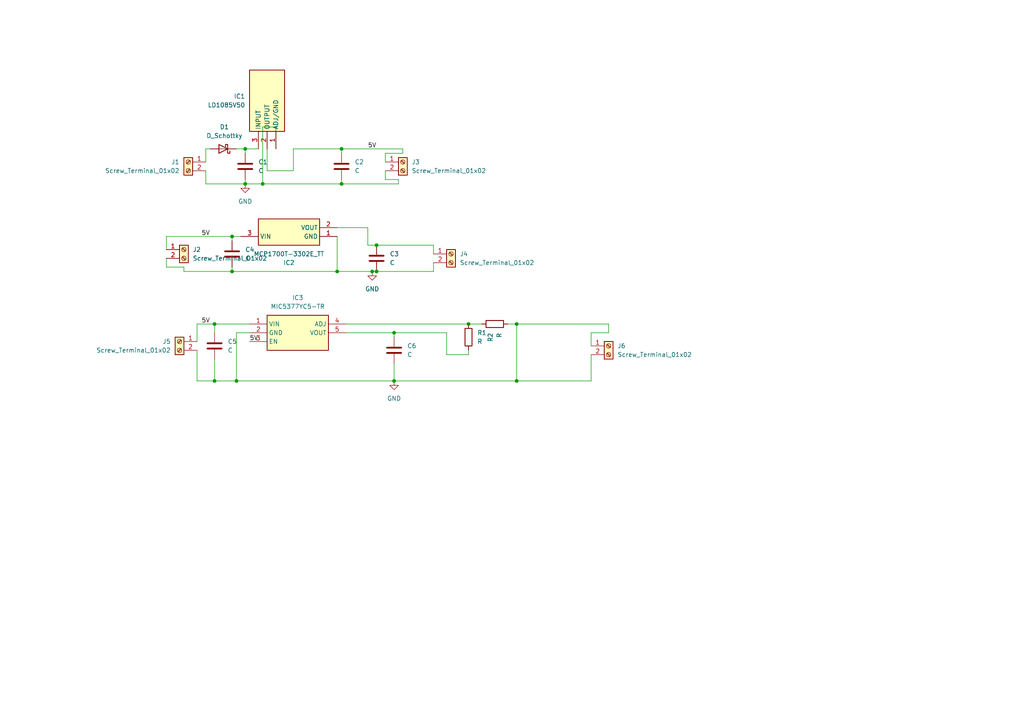
<source format=kicad_sch>
(kicad_sch (version 20230121) (generator eeschema)

  (uuid 24177fac-b818-46e3-b80a-ee126f602f16)

  (paper "A4")

  (lib_symbols
    (symbol "Connector:Screw_Terminal_01x02" (pin_names (offset 1.016) hide) (in_bom yes) (on_board yes)
      (property "Reference" "J" (at 0 2.54 0)
        (effects (font (size 1.27 1.27)))
      )
      (property "Value" "Screw_Terminal_01x02" (at 0 -5.08 0)
        (effects (font (size 1.27 1.27)))
      )
      (property "Footprint" "" (at 0 0 0)
        (effects (font (size 1.27 1.27)) hide)
      )
      (property "Datasheet" "~" (at 0 0 0)
        (effects (font (size 1.27 1.27)) hide)
      )
      (property "ki_keywords" "screw terminal" (at 0 0 0)
        (effects (font (size 1.27 1.27)) hide)
      )
      (property "ki_description" "Generic screw terminal, single row, 01x02, script generated (kicad-library-utils/schlib/autogen/connector/)" (at 0 0 0)
        (effects (font (size 1.27 1.27)) hide)
      )
      (property "ki_fp_filters" "TerminalBlock*:*" (at 0 0 0)
        (effects (font (size 1.27 1.27)) hide)
      )
      (symbol "Screw_Terminal_01x02_1_1"
        (rectangle (start -1.27 1.27) (end 1.27 -3.81)
          (stroke (width 0.254) (type default))
          (fill (type background))
        )
        (circle (center 0 -2.54) (radius 0.635)
          (stroke (width 0.1524) (type default))
          (fill (type none))
        )
        (polyline
          (pts
            (xy -0.5334 -2.2098)
            (xy 0.3302 -3.048)
          )
          (stroke (width 0.1524) (type default))
          (fill (type none))
        )
        (polyline
          (pts
            (xy -0.5334 0.3302)
            (xy 0.3302 -0.508)
          )
          (stroke (width 0.1524) (type default))
          (fill (type none))
        )
        (polyline
          (pts
            (xy -0.3556 -2.032)
            (xy 0.508 -2.8702)
          )
          (stroke (width 0.1524) (type default))
          (fill (type none))
        )
        (polyline
          (pts
            (xy -0.3556 0.508)
            (xy 0.508 -0.3302)
          )
          (stroke (width 0.1524) (type default))
          (fill (type none))
        )
        (circle (center 0 0) (radius 0.635)
          (stroke (width 0.1524) (type default))
          (fill (type none))
        )
        (pin passive line (at -5.08 0 0) (length 3.81)
          (name "Pin_1" (effects (font (size 1.27 1.27))))
          (number "1" (effects (font (size 1.27 1.27))))
        )
        (pin passive line (at -5.08 -2.54 0) (length 3.81)
          (name "Pin_2" (effects (font (size 1.27 1.27))))
          (number "2" (effects (font (size 1.27 1.27))))
        )
      )
    )
    (symbol "Device:C" (pin_numbers hide) (pin_names (offset 0.254)) (in_bom yes) (on_board yes)
      (property "Reference" "C" (at 0.635 2.54 0)
        (effects (font (size 1.27 1.27)) (justify left))
      )
      (property "Value" "C" (at 0.635 -2.54 0)
        (effects (font (size 1.27 1.27)) (justify left))
      )
      (property "Footprint" "" (at 0.9652 -3.81 0)
        (effects (font (size 1.27 1.27)) hide)
      )
      (property "Datasheet" "~" (at 0 0 0)
        (effects (font (size 1.27 1.27)) hide)
      )
      (property "ki_keywords" "cap capacitor" (at 0 0 0)
        (effects (font (size 1.27 1.27)) hide)
      )
      (property "ki_description" "Unpolarized capacitor" (at 0 0 0)
        (effects (font (size 1.27 1.27)) hide)
      )
      (property "ki_fp_filters" "C_*" (at 0 0 0)
        (effects (font (size 1.27 1.27)) hide)
      )
      (symbol "C_0_1"
        (polyline
          (pts
            (xy -2.032 -0.762)
            (xy 2.032 -0.762)
          )
          (stroke (width 0.508) (type default))
          (fill (type none))
        )
        (polyline
          (pts
            (xy -2.032 0.762)
            (xy 2.032 0.762)
          )
          (stroke (width 0.508) (type default))
          (fill (type none))
        )
      )
      (symbol "C_1_1"
        (pin passive line (at 0 3.81 270) (length 2.794)
          (name "~" (effects (font (size 1.27 1.27))))
          (number "1" (effects (font (size 1.27 1.27))))
        )
        (pin passive line (at 0 -3.81 90) (length 2.794)
          (name "~" (effects (font (size 1.27 1.27))))
          (number "2" (effects (font (size 1.27 1.27))))
        )
      )
    )
    (symbol "Device:D_Schottky" (pin_numbers hide) (pin_names (offset 1.016) hide) (in_bom yes) (on_board yes)
      (property "Reference" "D" (at 0 2.54 0)
        (effects (font (size 1.27 1.27)))
      )
      (property "Value" "D_Schottky" (at 0 -2.54 0)
        (effects (font (size 1.27 1.27)))
      )
      (property "Footprint" "" (at 0 0 0)
        (effects (font (size 1.27 1.27)) hide)
      )
      (property "Datasheet" "~" (at 0 0 0)
        (effects (font (size 1.27 1.27)) hide)
      )
      (property "ki_keywords" "diode Schottky" (at 0 0 0)
        (effects (font (size 1.27 1.27)) hide)
      )
      (property "ki_description" "Schottky diode" (at 0 0 0)
        (effects (font (size 1.27 1.27)) hide)
      )
      (property "ki_fp_filters" "TO-???* *_Diode_* *SingleDiode* D_*" (at 0 0 0)
        (effects (font (size 1.27 1.27)) hide)
      )
      (symbol "D_Schottky_0_1"
        (polyline
          (pts
            (xy 1.27 0)
            (xy -1.27 0)
          )
          (stroke (width 0) (type default))
          (fill (type none))
        )
        (polyline
          (pts
            (xy 1.27 1.27)
            (xy 1.27 -1.27)
            (xy -1.27 0)
            (xy 1.27 1.27)
          )
          (stroke (width 0.254) (type default))
          (fill (type none))
        )
        (polyline
          (pts
            (xy -1.905 0.635)
            (xy -1.905 1.27)
            (xy -1.27 1.27)
            (xy -1.27 -1.27)
            (xy -0.635 -1.27)
            (xy -0.635 -0.635)
          )
          (stroke (width 0.254) (type default))
          (fill (type none))
        )
      )
      (symbol "D_Schottky_1_1"
        (pin passive line (at -3.81 0 0) (length 2.54)
          (name "K" (effects (font (size 1.27 1.27))))
          (number "1" (effects (font (size 1.27 1.27))))
        )
        (pin passive line (at 3.81 0 180) (length 2.54)
          (name "A" (effects (font (size 1.27 1.27))))
          (number "2" (effects (font (size 1.27 1.27))))
        )
      )
    )
    (symbol "Device:R" (pin_numbers hide) (pin_names (offset 0)) (in_bom yes) (on_board yes)
      (property "Reference" "R" (at 2.032 0 90)
        (effects (font (size 1.27 1.27)))
      )
      (property "Value" "R" (at 0 0 90)
        (effects (font (size 1.27 1.27)))
      )
      (property "Footprint" "" (at -1.778 0 90)
        (effects (font (size 1.27 1.27)) hide)
      )
      (property "Datasheet" "~" (at 0 0 0)
        (effects (font (size 1.27 1.27)) hide)
      )
      (property "ki_keywords" "R res resistor" (at 0 0 0)
        (effects (font (size 1.27 1.27)) hide)
      )
      (property "ki_description" "Resistor" (at 0 0 0)
        (effects (font (size 1.27 1.27)) hide)
      )
      (property "ki_fp_filters" "R_*" (at 0 0 0)
        (effects (font (size 1.27 1.27)) hide)
      )
      (symbol "R_0_1"
        (rectangle (start -1.016 -2.54) (end 1.016 2.54)
          (stroke (width 0.254) (type default))
          (fill (type none))
        )
      )
      (symbol "R_1_1"
        (pin passive line (at 0 3.81 270) (length 1.27)
          (name "~" (effects (font (size 1.27 1.27))))
          (number "1" (effects (font (size 1.27 1.27))))
        )
        (pin passive line (at 0 -3.81 90) (length 1.27)
          (name "~" (effects (font (size 1.27 1.27))))
          (number "2" (effects (font (size 1.27 1.27))))
        )
      )
    )
    (symbol "LD1085V50:LD1085V50" (in_bom yes) (on_board yes)
      (property "Reference" "IC" (at 24.13 7.62 0)
        (effects (font (size 1.27 1.27)) (justify left top))
      )
      (property "Value" "LD1085V50" (at 24.13 5.08 0)
        (effects (font (size 1.27 1.27)) (justify left top))
      )
      (property "Footprint" "TO255P460X1020X2008-3P" (at 24.13 -94.92 0)
        (effects (font (size 1.27 1.27)) (justify left top) hide)
      )
      (property "Datasheet" "http://www.st.com/web/en/resource/technical/document/datasheet/CD00001883.pdf" (at 24.13 -194.92 0)
        (effects (font (size 1.27 1.27)) (justify left top) hide)
      )
      (property "Height" "4.6" (at 24.13 -394.92 0)
        (effects (font (size 1.27 1.27)) (justify left top) hide)
      )
      (property "Mouser Part Number" "511-LD1085V50" (at 24.13 -494.92 0)
        (effects (font (size 1.27 1.27)) (justify left top) hide)
      )
      (property "Mouser Price/Stock" "https://www.mouser.co.uk/ProductDetail/STMicroelectronics/LD1085V50?qs=9iSXU9KXrZlaERTj280krQ%3D%3D" (at 24.13 -594.92 0)
        (effects (font (size 1.27 1.27)) (justify left top) hide)
      )
      (property "Manufacturer_Name" "STMicroelectronics" (at 24.13 -694.92 0)
        (effects (font (size 1.27 1.27)) (justify left top) hide)
      )
      (property "Manufacturer_Part_Number" "LD1085V50" (at 24.13 -794.92 0)
        (effects (font (size 1.27 1.27)) (justify left top) hide)
      )
      (property "ki_description" "LD1085V50, Low Dropout Voltage Regulator, 3A, 5 V +/-1%, 3-Pin TO-220" (at 0 0 0)
        (effects (font (size 1.27 1.27)) hide)
      )
      (symbol "LD1085V50_1_1"
        (rectangle (start 5.08 2.54) (end 22.86 -7.62)
          (stroke (width 0.254) (type default))
          (fill (type background))
        )
        (pin passive line (at 0 0 0) (length 5.08)
          (name "ADJ/GND" (effects (font (size 1.27 1.27))))
          (number "1" (effects (font (size 1.27 1.27))))
        )
        (pin passive line (at 0 -2.54 0) (length 5.08)
          (name "OUTPUT" (effects (font (size 1.27 1.27))))
          (number "2" (effects (font (size 1.27 1.27))))
        )
        (pin passive line (at 0 -5.08 0) (length 5.08)
          (name "INPUT" (effects (font (size 1.27 1.27))))
          (number "3" (effects (font (size 1.27 1.27))))
        )
      )
    )
    (symbol "MCP1700T-3302E_TT:MCP1700T-3302E_TT" (in_bom yes) (on_board yes)
      (property "Reference" "IC" (at 24.13 7.62 0)
        (effects (font (size 1.27 1.27)) (justify left top))
      )
      (property "Value" "MCP1700T-3302E_TT" (at 24.13 5.08 0)
        (effects (font (size 1.27 1.27)) (justify left top))
      )
      (property "Footprint" "SOT95P237X112-3N" (at 24.13 -94.92 0)
        (effects (font (size 1.27 1.27)) (justify left top) hide)
      )
      (property "Datasheet" "https://datasheet.datasheetarchive.com/originals/distributors/SFDatasheet-4/sf-00090030.pdf" (at 24.13 -194.92 0)
        (effects (font (size 1.27 1.27)) (justify left top) hide)
      )
      (property "Height" "1.12" (at 24.13 -394.92 0)
        (effects (font (size 1.27 1.27)) (justify left top) hide)
      )
      (property "Mouser Part Number" "579-MCP1700T3302E/TT" (at 24.13 -494.92 0)
        (effects (font (size 1.27 1.27)) (justify left top) hide)
      )
      (property "Mouser Price/Stock" "https://www.mouser.co.uk/ProductDetail/Microchip-Technology/MCP1700T-3302E-TT?qs=fM4xO01eazPmCNDrdHEdaw%3D%3D" (at 24.13 -594.92 0)
        (effects (font (size 1.27 1.27)) (justify left top) hide)
      )
      (property "Manufacturer_Name" "Microchip" (at 24.13 -694.92 0)
        (effects (font (size 1.27 1.27)) (justify left top) hide)
      )
      (property "Manufacturer_Part_Number" "MCP1700T-3302E/TT" (at 24.13 -794.92 0)
        (effects (font (size 1.27 1.27)) (justify left top) hide)
      )
      (property "ki_description" "LDO voltage regulator 250mA Isupply 1uA" (at 0 0 0)
        (effects (font (size 1.27 1.27)) hide)
      )
      (symbol "MCP1700T-3302E_TT_1_1"
        (rectangle (start 5.08 2.54) (end 22.86 -5.08)
          (stroke (width 0.254) (type default))
          (fill (type background))
        )
        (pin passive line (at 0 0 0) (length 5.08)
          (name "GND" (effects (font (size 1.27 1.27))))
          (number "1" (effects (font (size 1.27 1.27))))
        )
        (pin passive line (at 0 -2.54 0) (length 5.08)
          (name "VOUT" (effects (font (size 1.27 1.27))))
          (number "2" (effects (font (size 1.27 1.27))))
        )
        (pin passive line (at 27.94 0 180) (length 5.08)
          (name "VIN" (effects (font (size 1.27 1.27))))
          (number "3" (effects (font (size 1.27 1.27))))
        )
      )
    )
    (symbol "MIC5377YC5-TR:MIC5377YC5-TR" (in_bom yes) (on_board yes)
      (property "Reference" "IC" (at 24.13 7.62 0)
        (effects (font (size 1.27 1.27)) (justify left top))
      )
      (property "Value" "MIC5377YC5-TR" (at 24.13 5.08 0)
        (effects (font (size 1.27 1.27)) (justify left top))
      )
      (property "Footprint" "SOT65P210X110-5N" (at 24.13 -94.92 0)
        (effects (font (size 1.27 1.27)) (justify left top) hide)
      )
      (property "Datasheet" "http://www.microchip.com/mymicrochip/filehandler.aspx?ddocname=en580055" (at 24.13 -194.92 0)
        (effects (font (size 1.27 1.27)) (justify left top) hide)
      )
      (property "Height" "1.1" (at 24.13 -394.92 0)
        (effects (font (size 1.27 1.27)) (justify left top) hide)
      )
      (property "Mouser Part Number" "998-MIC5377YC5TR" (at 24.13 -494.92 0)
        (effects (font (size 1.27 1.27)) (justify left top) hide)
      )
      (property "Mouser Price/Stock" "https://www.mouser.co.uk/ProductDetail/Microchip-Technology-Micrel/MIC5377YC5-TR?qs=U6T8BxXiZAW0bItB4O%2F5hw%3D%3D" (at 24.13 -594.92 0)
        (effects (font (size 1.27 1.27)) (justify left top) hide)
      )
      (property "Manufacturer_Name" "Microchip" (at 24.13 -694.92 0)
        (effects (font (size 1.27 1.27)) (justify left top) hide)
      )
      (property "Manufacturer_Part_Number" "MIC5377YC5-TR" (at 24.13 -794.92 0)
        (effects (font (size 1.27 1.27)) (justify left top) hide)
      )
      (property "ki_description" "LDO Voltage Regulators Low Dropout Single 150mA LDO" (at 0 0 0)
        (effects (font (size 1.27 1.27)) hide)
      )
      (symbol "MIC5377YC5-TR_1_1"
        (rectangle (start 5.08 2.54) (end 22.86 -7.62)
          (stroke (width 0.254) (type default))
          (fill (type background))
        )
        (pin passive line (at 0 0 0) (length 5.08)
          (name "VIN" (effects (font (size 1.27 1.27))))
          (number "1" (effects (font (size 1.27 1.27))))
        )
        (pin passive line (at 0 -2.54 0) (length 5.08)
          (name "GND" (effects (font (size 1.27 1.27))))
          (number "2" (effects (font (size 1.27 1.27))))
        )
        (pin passive line (at 0 -5.08 0) (length 5.08)
          (name "EN" (effects (font (size 1.27 1.27))))
          (number "3" (effects (font (size 1.27 1.27))))
        )
        (pin passive line (at 27.94 0 180) (length 5.08)
          (name "ADJ" (effects (font (size 1.27 1.27))))
          (number "4" (effects (font (size 1.27 1.27))))
        )
        (pin passive line (at 27.94 -2.54 180) (length 5.08)
          (name "VOUT" (effects (font (size 1.27 1.27))))
          (number "5" (effects (font (size 1.27 1.27))))
        )
      )
    )
    (symbol "power:GND" (power) (pin_names (offset 0)) (in_bom yes) (on_board yes)
      (property "Reference" "#PWR" (at 0 -6.35 0)
        (effects (font (size 1.27 1.27)) hide)
      )
      (property "Value" "GND" (at 0 -3.81 0)
        (effects (font (size 1.27 1.27)))
      )
      (property "Footprint" "" (at 0 0 0)
        (effects (font (size 1.27 1.27)) hide)
      )
      (property "Datasheet" "" (at 0 0 0)
        (effects (font (size 1.27 1.27)) hide)
      )
      (property "ki_keywords" "global power" (at 0 0 0)
        (effects (font (size 1.27 1.27)) hide)
      )
      (property "ki_description" "Power symbol creates a global label with name \"GND\" , ground" (at 0 0 0)
        (effects (font (size 1.27 1.27)) hide)
      )
      (symbol "GND_0_1"
        (polyline
          (pts
            (xy 0 0)
            (xy 0 -1.27)
            (xy 1.27 -1.27)
            (xy 0 -2.54)
            (xy -1.27 -1.27)
            (xy 0 -1.27)
          )
          (stroke (width 0) (type default))
          (fill (type none))
        )
      )
      (symbol "GND_1_1"
        (pin power_in line (at 0 0 270) (length 0) hide
          (name "GND" (effects (font (size 1.27 1.27))))
          (number "1" (effects (font (size 1.27 1.27))))
        )
      )
    )
  )

  (junction (at 71.12 43.18) (diameter 0) (color 0 0 0 0)
    (uuid 0f73674b-545e-416e-8cae-ca0d7db15122)
  )
  (junction (at 149.86 93.98) (diameter 0) (color 0 0 0 0)
    (uuid 2e8111ff-b08c-42d8-a430-599aba0f3bcb)
  )
  (junction (at 62.23 110.49) (diameter 0) (color 0 0 0 0)
    (uuid 33049407-7ccb-4cf8-aee1-8d91b7a67f32)
  )
  (junction (at 107.95 78.74) (diameter 0) (color 0 0 0 0)
    (uuid 4433bc5d-a2a6-4bad-ac3f-431acafcffc5)
  )
  (junction (at 62.23 93.98) (diameter 0) (color 0 0 0 0)
    (uuid 4504f979-a215-4b76-89d9-5b5f616cbe01)
  )
  (junction (at 135.89 93.98) (diameter 0) (color 0 0 0 0)
    (uuid 4761024a-2d5c-4eb3-8c58-ad04138a0ee4)
  )
  (junction (at 67.31 68.58) (diameter 0) (color 0 0 0 0)
    (uuid 627a9ac8-d3f5-41b9-90d2-ed8f01859450)
  )
  (junction (at 68.58 110.49) (diameter 0) (color 0 0 0 0)
    (uuid 65f83e55-361a-4e69-9bcc-4b5dad1bdbb7)
  )
  (junction (at 67.31 78.74) (diameter 0) (color 0 0 0 0)
    (uuid 73bc28ec-310d-4d95-bba2-592b7de2733e)
  )
  (junction (at 71.12 53.34) (diameter 0) (color 0 0 0 0)
    (uuid 74c06926-fee9-44af-b960-a99fb24f07e6)
  )
  (junction (at 109.22 71.12) (diameter 0) (color 0 0 0 0)
    (uuid 7f5f1fca-00ad-4845-bcdb-797c19347864)
  )
  (junction (at 114.3 110.49) (diameter 0) (color 0 0 0 0)
    (uuid 9753b557-9dae-42f2-b6fc-32e6df099517)
  )
  (junction (at 109.22 78.74) (diameter 0) (color 0 0 0 0)
    (uuid a695a868-62b4-465f-ad74-71fa93b31315)
  )
  (junction (at 97.79 78.74) (diameter 0) (color 0 0 0 0)
    (uuid bc7e2db8-20f0-4759-beb2-156109f526e7)
  )
  (junction (at 76.2 53.34) (diameter 0) (color 0 0 0 0)
    (uuid c28de146-4c52-4a1f-920e-8f72f2cd4dc7)
  )
  (junction (at 99.06 53.34) (diameter 0) (color 0 0 0 0)
    (uuid e517ab81-5089-4efc-a1a0-305aac956bc0)
  )
  (junction (at 149.86 110.49) (diameter 0) (color 0 0 0 0)
    (uuid ed5b188b-d169-4630-bdac-3786c78e38f9)
  )
  (junction (at 114.3 96.52) (diameter 0) (color 0 0 0 0)
    (uuid f28d13c5-360c-44b5-8731-1c000cea13d8)
  )
  (junction (at 99.06 43.18) (diameter 0) (color 0 0 0 0)
    (uuid f48c18ef-bb23-4d7a-b9a4-996e86ac08cf)
  )

  (wire (pts (xy 176.53 93.98) (xy 176.53 96.52))
    (stroke (width 0) (type default))
    (uuid 063e434f-5520-4d77-965c-fd7798a82868)
  )
  (wire (pts (xy 62.23 110.49) (xy 68.58 110.49))
    (stroke (width 0) (type default))
    (uuid 076cb4b8-da0c-4402-921a-f7b3c6493175)
  )
  (wire (pts (xy 129.54 102.87) (xy 135.89 102.87))
    (stroke (width 0) (type default))
    (uuid 1110c646-27b5-4d25-8adc-f6b982b1fe9e)
  )
  (wire (pts (xy 77.47 43.18) (xy 77.47 49.53))
    (stroke (width 0) (type default))
    (uuid 15248c4b-2153-4097-aefc-43c84a818ee3)
  )
  (wire (pts (xy 149.86 110.49) (xy 149.86 93.98))
    (stroke (width 0) (type default))
    (uuid 16dfd2e6-7a2f-4803-9c23-511f2db038bb)
  )
  (wire (pts (xy 68.58 96.52) (xy 68.58 110.49))
    (stroke (width 0) (type default))
    (uuid 1886a549-bb52-404f-87b2-f82a8a99ffdb)
  )
  (wire (pts (xy 67.31 68.58) (xy 69.85 68.58))
    (stroke (width 0) (type default))
    (uuid 1ac9bf5f-7760-4170-a0a7-3fb3a9a3e70b)
  )
  (wire (pts (xy 97.79 68.58) (xy 97.79 78.74))
    (stroke (width 0) (type default))
    (uuid 1badd298-d588-492e-9bfd-e196c7543e6e)
  )
  (wire (pts (xy 80.01 36.83) (xy 76.2 36.83))
    (stroke (width 0) (type default))
    (uuid 1c5de646-98fc-4373-a3b4-705da89e9de9)
  )
  (wire (pts (xy 97.79 78.74) (xy 107.95 78.74))
    (stroke (width 0) (type default))
    (uuid 1d75f301-53bd-440c-8dec-a4979b282903)
  )
  (wire (pts (xy 109.22 78.74) (xy 125.73 78.74))
    (stroke (width 0) (type default))
    (uuid 1e232969-0130-45c7-a99d-fa507f3ee72b)
  )
  (wire (pts (xy 99.06 52.07) (xy 99.06 53.34))
    (stroke (width 0) (type default))
    (uuid 21c6b228-40b0-4504-9fc1-ef893fdeb93b)
  )
  (wire (pts (xy 59.69 49.53) (xy 59.69 53.34))
    (stroke (width 0) (type default))
    (uuid 29007b92-3f03-44ac-8b2f-bb11004dc89f)
  )
  (wire (pts (xy 114.3 110.49) (xy 149.86 110.49))
    (stroke (width 0) (type default))
    (uuid 293fe622-ee9c-4b60-a1fd-2f7c4359b9da)
  )
  (wire (pts (xy 67.31 77.47) (xy 67.31 78.74))
    (stroke (width 0) (type default))
    (uuid 2bcc7a36-a21a-4c25-a677-f875cca4f91f)
  )
  (wire (pts (xy 59.69 43.18) (xy 59.69 46.99))
    (stroke (width 0) (type default))
    (uuid 3605654e-61e6-4e56-9d2c-67f61ef6cbd8)
  )
  (wire (pts (xy 125.73 71.12) (xy 125.73 73.66))
    (stroke (width 0) (type default))
    (uuid 3ad5ba51-e265-429e-b2c6-f6a158f358f4)
  )
  (wire (pts (xy 176.53 96.52) (xy 171.45 96.52))
    (stroke (width 0) (type default))
    (uuid 3afe0d44-176b-4b3e-b956-a8c3ea7b6b1f)
  )
  (wire (pts (xy 100.33 93.98) (xy 135.89 93.98))
    (stroke (width 0) (type default))
    (uuid 3e645c2d-d089-4daf-9c89-12cc5744f463)
  )
  (wire (pts (xy 171.45 96.52) (xy 171.45 100.33))
    (stroke (width 0) (type default))
    (uuid 43b6a850-8665-4d91-aea1-030042854a0b)
  )
  (wire (pts (xy 48.26 68.58) (xy 48.26 72.39))
    (stroke (width 0) (type default))
    (uuid 4444d207-843e-489a-a375-8f500b6724b9)
  )
  (wire (pts (xy 71.12 52.07) (xy 71.12 53.34))
    (stroke (width 0) (type default))
    (uuid 44d26b3f-bbd6-46b8-8dee-3a0882a91e19)
  )
  (wire (pts (xy 77.47 49.53) (xy 85.09 49.53))
    (stroke (width 0) (type default))
    (uuid 45bfa421-76bb-4465-b575-de11f3f5e589)
  )
  (wire (pts (xy 68.58 110.49) (xy 114.3 110.49))
    (stroke (width 0) (type default))
    (uuid 4de2040d-c04c-4823-9a27-f0f6b3a689b8)
  )
  (wire (pts (xy 135.89 93.98) (xy 139.7 93.98))
    (stroke (width 0) (type default))
    (uuid 4e61eb77-b29f-4b48-8d27-bad55e77b44b)
  )
  (wire (pts (xy 67.31 68.58) (xy 67.31 69.85))
    (stroke (width 0) (type default))
    (uuid 526ae5f0-67f9-47b2-84ad-7a7c278c7f4f)
  )
  (wire (pts (xy 57.15 93.98) (xy 57.15 99.06))
    (stroke (width 0) (type default))
    (uuid 52972366-7898-4951-a473-ca3c187aadc4)
  )
  (wire (pts (xy 71.12 43.18) (xy 71.12 44.45))
    (stroke (width 0) (type default))
    (uuid 5734d60a-d38f-4595-80af-18875e038691)
  )
  (wire (pts (xy 107.95 78.74) (xy 109.22 78.74))
    (stroke (width 0) (type default))
    (uuid 58a44ecc-9705-46ee-a8eb-123c6ae679fc)
  )
  (wire (pts (xy 111.76 52.07) (xy 115.57 52.07))
    (stroke (width 0) (type default))
    (uuid 594d297b-8844-4038-8462-9be70caeb935)
  )
  (wire (pts (xy 53.34 77.47) (xy 53.34 78.74))
    (stroke (width 0) (type default))
    (uuid 5d65956c-30ae-4310-be10-ab0d2fb5efa6)
  )
  (wire (pts (xy 97.79 66.04) (xy 106.68 66.04))
    (stroke (width 0) (type default))
    (uuid 5f736cf3-e999-4393-8a4e-21d909fe263d)
  )
  (wire (pts (xy 76.2 36.83) (xy 76.2 53.34))
    (stroke (width 0) (type default))
    (uuid 5f89e605-50f2-4809-94ac-154809a735a9)
  )
  (wire (pts (xy 59.69 43.18) (xy 60.96 43.18))
    (stroke (width 0) (type default))
    (uuid 61af620a-6648-45b5-912f-5e62e728143f)
  )
  (wire (pts (xy 129.54 96.52) (xy 129.54 102.87))
    (stroke (width 0) (type default))
    (uuid 62e4e93b-6753-45c6-85b1-3b68b06de93d)
  )
  (wire (pts (xy 106.68 66.04) (xy 106.68 71.12))
    (stroke (width 0) (type default))
    (uuid 66ee017b-732f-4184-8c32-9ddd5c3e4776)
  )
  (wire (pts (xy 72.39 96.52) (xy 68.58 96.52))
    (stroke (width 0) (type default))
    (uuid 6bd50b85-35db-4597-94e6-5f008b2721e2)
  )
  (wire (pts (xy 68.58 43.18) (xy 71.12 43.18))
    (stroke (width 0) (type default))
    (uuid 6da8e2e5-fe5f-4662-a5dc-b1bc0fa0f6cd)
  )
  (wire (pts (xy 99.06 53.34) (xy 115.57 53.34))
    (stroke (width 0) (type default))
    (uuid 6ef78c08-03b3-4684-a328-f98c34cd6082)
  )
  (wire (pts (xy 48.26 77.47) (xy 53.34 77.47))
    (stroke (width 0) (type default))
    (uuid 7262730c-826a-4f48-b8c8-07ceea7c4f3b)
  )
  (wire (pts (xy 48.26 68.58) (xy 67.31 68.58))
    (stroke (width 0) (type default))
    (uuid 7421e2db-7740-4111-a58d-531accdbd18a)
  )
  (wire (pts (xy 99.06 43.18) (xy 99.06 44.45))
    (stroke (width 0) (type default))
    (uuid 76ca2cfb-fb1c-4e5c-afcf-b11d9ff6ccca)
  )
  (wire (pts (xy 114.3 96.52) (xy 129.54 96.52))
    (stroke (width 0) (type default))
    (uuid 7a0f55c7-c5ab-45ad-b91a-96d929838275)
  )
  (wire (pts (xy 71.12 43.18) (xy 74.93 43.18))
    (stroke (width 0) (type default))
    (uuid 7a217cba-1f39-42cc-a57b-c3a62eb87ff7)
  )
  (wire (pts (xy 80.01 43.18) (xy 80.01 36.83))
    (stroke (width 0) (type default))
    (uuid 83687e39-5f8a-4653-af5d-ce14963d8c9a)
  )
  (wire (pts (xy 99.06 43.18) (xy 116.84 43.18))
    (stroke (width 0) (type default))
    (uuid 8747dd42-e87f-436f-9485-43f854d13dfd)
  )
  (wire (pts (xy 111.76 44.45) (xy 111.76 46.99))
    (stroke (width 0) (type default))
    (uuid 8b71954e-2ef4-4c4b-ad51-86a9eccf9d4f)
  )
  (wire (pts (xy 114.3 105.41) (xy 114.3 110.49))
    (stroke (width 0) (type default))
    (uuid 90f46950-dd74-46b2-801d-8e1fcc08daa0)
  )
  (wire (pts (xy 109.22 71.12) (xy 125.73 71.12))
    (stroke (width 0) (type default))
    (uuid 93bd3de8-4262-4c12-82c8-2cf2d831bb32)
  )
  (wire (pts (xy 62.23 104.14) (xy 62.23 110.49))
    (stroke (width 0) (type default))
    (uuid 97c8427d-7c46-482a-81fc-997a51125968)
  )
  (wire (pts (xy 149.86 93.98) (xy 176.53 93.98))
    (stroke (width 0) (type default))
    (uuid 9fbd69aa-44eb-42af-baac-12a0ab6ea87c)
  )
  (wire (pts (xy 67.31 78.74) (xy 97.79 78.74))
    (stroke (width 0) (type default))
    (uuid a2673118-d903-4261-9fb1-464688b4f2fc)
  )
  (wire (pts (xy 85.09 49.53) (xy 85.09 43.18))
    (stroke (width 0) (type default))
    (uuid a696d98f-c513-4020-b8f4-19fd1dc7e370)
  )
  (wire (pts (xy 116.84 43.18) (xy 116.84 44.45))
    (stroke (width 0) (type default))
    (uuid ac11be0d-78be-42b0-b7d1-94521d142953)
  )
  (wire (pts (xy 149.86 110.49) (xy 171.45 110.49))
    (stroke (width 0) (type default))
    (uuid b059044f-df00-4040-a3bc-f9ee8919bd14)
  )
  (wire (pts (xy 57.15 93.98) (xy 62.23 93.98))
    (stroke (width 0) (type default))
    (uuid b567b3e6-d9d3-4697-9a00-d895c744cf62)
  )
  (wire (pts (xy 147.32 93.98) (xy 149.86 93.98))
    (stroke (width 0) (type default))
    (uuid b651c6ed-5f0a-4337-b052-1ee29221be61)
  )
  (wire (pts (xy 111.76 49.53) (xy 111.76 52.07))
    (stroke (width 0) (type default))
    (uuid b992e8ab-9417-4df3-95af-c01e6b153ddd)
  )
  (wire (pts (xy 71.12 53.34) (xy 76.2 53.34))
    (stroke (width 0) (type default))
    (uuid b9ae07bf-9edc-4255-a5c9-c0351842d6e0)
  )
  (wire (pts (xy 114.3 96.52) (xy 114.3 97.79))
    (stroke (width 0) (type default))
    (uuid bcaf8997-32ab-45c2-8273-fc54e0d94d51)
  )
  (wire (pts (xy 106.68 71.12) (xy 109.22 71.12))
    (stroke (width 0) (type default))
    (uuid c254e978-deb6-4001-ba1b-e9bd0ab5afe0)
  )
  (wire (pts (xy 57.15 110.49) (xy 62.23 110.49))
    (stroke (width 0) (type default))
    (uuid c2ba2c91-0c0a-4395-863b-a70f0941f94a)
  )
  (wire (pts (xy 115.57 53.34) (xy 115.57 52.07))
    (stroke (width 0) (type default))
    (uuid c38d3888-765f-424d-90ff-0c59d3548b62)
  )
  (wire (pts (xy 59.69 53.34) (xy 71.12 53.34))
    (stroke (width 0) (type default))
    (uuid c51cd09a-a9f7-4125-b770-2d58416848be)
  )
  (wire (pts (xy 48.26 74.93) (xy 48.26 77.47))
    (stroke (width 0) (type default))
    (uuid cf166e52-52ff-49dd-9513-7298589c3384)
  )
  (wire (pts (xy 76.2 53.34) (xy 99.06 53.34))
    (stroke (width 0) (type default))
    (uuid d01e1270-f7b6-4597-a665-fade316b0943)
  )
  (wire (pts (xy 85.09 43.18) (xy 99.06 43.18))
    (stroke (width 0) (type default))
    (uuid d68d66cd-5fb6-46a3-a69f-c9d0342c6b6e)
  )
  (wire (pts (xy 111.76 44.45) (xy 116.84 44.45))
    (stroke (width 0) (type default))
    (uuid db7b3556-ce21-45b4-8db8-b0f7ecb6c58e)
  )
  (wire (pts (xy 62.23 93.98) (xy 62.23 96.52))
    (stroke (width 0) (type default))
    (uuid dbef9412-c57a-4c5b-9006-a745b831f03a)
  )
  (wire (pts (xy 62.23 93.98) (xy 72.39 93.98))
    (stroke (width 0) (type default))
    (uuid e03f3f68-5616-4807-b65f-9a71325b7b88)
  )
  (wire (pts (xy 135.89 101.6) (xy 135.89 102.87))
    (stroke (width 0) (type default))
    (uuid e1fa3be9-6603-4f4b-aecd-bd735c996e7a)
  )
  (wire (pts (xy 57.15 101.6) (xy 57.15 110.49))
    (stroke (width 0) (type default))
    (uuid e6b38c45-4c2c-42d3-9b13-e5c78902da4e)
  )
  (wire (pts (xy 100.33 96.52) (xy 114.3 96.52))
    (stroke (width 0) (type default))
    (uuid edd74001-6f47-4349-949e-c78d5427d990)
  )
  (wire (pts (xy 171.45 102.87) (xy 171.45 110.49))
    (stroke (width 0) (type default))
    (uuid f9044dec-17f1-45e1-9a77-4a1ced30d683)
  )
  (wire (pts (xy 67.31 78.74) (xy 53.34 78.74))
    (stroke (width 0) (type default))
    (uuid f96f1fd3-067f-4592-976b-05eeaf92bfb5)
  )
  (wire (pts (xy 125.73 78.74) (xy 125.73 76.2))
    (stroke (width 0) (type default))
    (uuid fa48d692-0497-4865-9fc1-7b7aadd81bab)
  )

  (label "5V" (at 106.68 43.18 0) (fields_autoplaced)
    (effects (font (size 1.27 1.27)) (justify left bottom))
    (uuid 80cd347a-70a0-47fd-891e-7e16022af6f1)
  )
  (label "5V" (at 58.42 93.98 0) (fields_autoplaced)
    (effects (font (size 1.27 1.27)) (justify left bottom))
    (uuid fa947ba1-1b33-409e-ab82-7ca8ac0a6fc9)
  )
  (label "5V" (at 58.42 68.58 0) (fields_autoplaced)
    (effects (font (size 1.27 1.27)) (justify left bottom))
    (uuid fae8b842-388a-47ca-b2d2-b24118e41bf7)
  )
  (label "5V" (at 72.39 99.06 0) (fields_autoplaced)
    (effects (font (size 1.27 1.27)) (justify left bottom))
    (uuid fbbf004f-af7f-4fd5-b39d-f56fa0e32216)
  )

  (symbol (lib_id "Device:R") (at 143.51 93.98 90) (mirror x) (unit 1)
    (in_bom yes) (on_board yes) (dnp no)
    (uuid 0076fda7-30aa-4b2b-9721-80d49daab9be)
    (property "Reference" "R2" (at 142.24 96.52 0)
      (effects (font (size 1.27 1.27)) (justify left))
    )
    (property "Value" "R" (at 144.78 96.52 0)
      (effects (font (size 1.27 1.27)) (justify left))
    )
    (property "Footprint" "" (at 143.51 92.202 90)
      (effects (font (size 1.27 1.27)) hide)
    )
    (property "Datasheet" "~" (at 143.51 93.98 0)
      (effects (font (size 1.27 1.27)) hide)
    )
    (pin "2" (uuid 990a0fad-8902-448c-95d4-766404064885))
    (pin "1" (uuid 310bb5e4-26e7-4925-82ae-568c2a521e77))
    (instances
      (project "week 1"
        (path "/24177fac-b818-46e3-b80a-ee126f602f16"
          (reference "R2") (unit 1)
        )
      )
    )
  )

  (symbol (lib_id "power:GND") (at 107.95 78.74 0) (unit 1)
    (in_bom yes) (on_board yes) (dnp no) (fields_autoplaced)
    (uuid 136a707c-7cdc-46d4-bc15-fa64dcc6055d)
    (property "Reference" "#PWR01" (at 107.95 85.09 0)
      (effects (font (size 1.27 1.27)) hide)
    )
    (property "Value" "GND" (at 107.95 83.82 0)
      (effects (font (size 1.27 1.27)))
    )
    (property "Footprint" "" (at 107.95 78.74 0)
      (effects (font (size 1.27 1.27)) hide)
    )
    (property "Datasheet" "" (at 107.95 78.74 0)
      (effects (font (size 1.27 1.27)) hide)
    )
    (pin "1" (uuid 8c5a62d5-9043-4644-91be-abb07b3f51be))
    (instances
      (project "week 1"
        (path "/24177fac-b818-46e3-b80a-ee126f602f16"
          (reference "#PWR01") (unit 1)
        )
      )
    )
  )

  (symbol (lib_id "Connector:Screw_Terminal_01x02") (at 116.84 46.99 0) (unit 1)
    (in_bom yes) (on_board yes) (dnp no) (fields_autoplaced)
    (uuid 5a368854-7952-4d40-aeb1-1c43c9a398a7)
    (property "Reference" "J3" (at 119.38 46.99 0)
      (effects (font (size 1.27 1.27)) (justify left))
    )
    (property "Value" "Screw_Terminal_01x02" (at 119.38 49.53 0)
      (effects (font (size 1.27 1.27)) (justify left))
    )
    (property "Footprint" "" (at 116.84 46.99 0)
      (effects (font (size 1.27 1.27)) hide)
    )
    (property "Datasheet" "~" (at 116.84 46.99 0)
      (effects (font (size 1.27 1.27)) hide)
    )
    (pin "1" (uuid 34aac41d-3e23-4ae0-b6b4-880b250c0c52))
    (pin "2" (uuid 41ef3094-3c9c-4344-9028-50f759192b30))
    (instances
      (project "week 1"
        (path "/24177fac-b818-46e3-b80a-ee126f602f16"
          (reference "J3") (unit 1)
        )
      )
    )
  )

  (symbol (lib_id "Device:C") (at 71.12 48.26 0) (unit 1)
    (in_bom yes) (on_board yes) (dnp no) (fields_autoplaced)
    (uuid 607e82be-dfa1-49f2-a4c9-aa418a17405d)
    (property "Reference" "C1" (at 74.93 46.99 0)
      (effects (font (size 1.27 1.27)) (justify left))
    )
    (property "Value" "C" (at 74.93 49.53 0)
      (effects (font (size 1.27 1.27)) (justify left))
    )
    (property "Footprint" "" (at 72.0852 52.07 0)
      (effects (font (size 1.27 1.27)) hide)
    )
    (property "Datasheet" "~" (at 71.12 48.26 0)
      (effects (font (size 1.27 1.27)) hide)
    )
    (pin "1" (uuid 19cc38b4-097c-4978-88f9-d0c3372c536a))
    (pin "2" (uuid 41004f23-75a7-4d86-b080-9d5933c5d83a))
    (instances
      (project "week 1"
        (path "/24177fac-b818-46e3-b80a-ee126f602f16"
          (reference "C1") (unit 1)
        )
      )
    )
  )

  (symbol (lib_id "Device:C") (at 109.22 74.93 0) (unit 1)
    (in_bom yes) (on_board yes) (dnp no) (fields_autoplaced)
    (uuid 638a6851-770b-4df0-9b5d-71ef6c4ca591)
    (property "Reference" "C3" (at 113.03 73.66 0)
      (effects (font (size 1.27 1.27)) (justify left))
    )
    (property "Value" "C" (at 113.03 76.2 0)
      (effects (font (size 1.27 1.27)) (justify left))
    )
    (property "Footprint" "" (at 110.1852 78.74 0)
      (effects (font (size 1.27 1.27)) hide)
    )
    (property "Datasheet" "~" (at 109.22 74.93 0)
      (effects (font (size 1.27 1.27)) hide)
    )
    (pin "2" (uuid 97b3730c-b513-4826-a00f-99b13f248d0b))
    (pin "1" (uuid e82e5323-eddb-49f4-affb-660c40daab2a))
    (instances
      (project "week 1"
        (path "/24177fac-b818-46e3-b80a-ee126f602f16"
          (reference "C3") (unit 1)
        )
      )
    )
  )

  (symbol (lib_id "MIC5377YC5-TR:MIC5377YC5-TR") (at 72.39 93.98 0) (unit 1)
    (in_bom yes) (on_board yes) (dnp no) (fields_autoplaced)
    (uuid 65e6a2e8-d95a-4fa4-aa71-a26cb3f76139)
    (property "Reference" "IC3" (at 86.36 86.36 0)
      (effects (font (size 1.27 1.27)))
    )
    (property "Value" "MIC5377YC5-TR" (at 86.36 88.9 0)
      (effects (font (size 1.27 1.27)))
    )
    (property "Footprint" "SOT65P210X110-5N" (at 96.52 188.9 0)
      (effects (font (size 1.27 1.27)) (justify left top) hide)
    )
    (property "Datasheet" "http://www.microchip.com/mymicrochip/filehandler.aspx?ddocname=en580055" (at 96.52 288.9 0)
      (effects (font (size 1.27 1.27)) (justify left top) hide)
    )
    (property "Height" "1.1" (at 96.52 488.9 0)
      (effects (font (size 1.27 1.27)) (justify left top) hide)
    )
    (property "Mouser Part Number" "998-MIC5377YC5TR" (at 96.52 588.9 0)
      (effects (font (size 1.27 1.27)) (justify left top) hide)
    )
    (property "Mouser Price/Stock" "https://www.mouser.co.uk/ProductDetail/Microchip-Technology-Micrel/MIC5377YC5-TR?qs=U6T8BxXiZAW0bItB4O%2F5hw%3D%3D" (at 96.52 688.9 0)
      (effects (font (size 1.27 1.27)) (justify left top) hide)
    )
    (property "Manufacturer_Name" "Microchip" (at 96.52 788.9 0)
      (effects (font (size 1.27 1.27)) (justify left top) hide)
    )
    (property "Manufacturer_Part_Number" "MIC5377YC5-TR" (at 96.52 888.9 0)
      (effects (font (size 1.27 1.27)) (justify left top) hide)
    )
    (pin "2" (uuid 95701117-9142-4faa-afe2-fc511a670e18))
    (pin "5" (uuid 71177409-5df9-4b69-9018-a143395ad928))
    (pin "3" (uuid 48d0b08b-310d-4169-a7f4-129a087e8dcc))
    (pin "4" (uuid a2c06489-fd82-4364-8501-959677dde41a))
    (pin "1" (uuid afea5f3b-b14e-4920-aeef-393077aaf229))
    (instances
      (project "week 1"
        (path "/24177fac-b818-46e3-b80a-ee126f602f16"
          (reference "IC3") (unit 1)
        )
      )
    )
  )

  (symbol (lib_id "power:GND") (at 71.12 53.34 0) (unit 1)
    (in_bom yes) (on_board yes) (dnp no) (fields_autoplaced)
    (uuid 8293f467-9925-4ee2-aee0-300431e7c9a8)
    (property "Reference" "#PWR05" (at 71.12 59.69 0)
      (effects (font (size 1.27 1.27)) hide)
    )
    (property "Value" "GND" (at 71.12 58.42 0)
      (effects (font (size 1.27 1.27)))
    )
    (property "Footprint" "" (at 71.12 53.34 0)
      (effects (font (size 1.27 1.27)) hide)
    )
    (property "Datasheet" "" (at 71.12 53.34 0)
      (effects (font (size 1.27 1.27)) hide)
    )
    (pin "1" (uuid fce51618-38a5-4cdb-bedf-ebbf36c82ba7))
    (instances
      (project "week 1"
        (path "/24177fac-b818-46e3-b80a-ee126f602f16"
          (reference "#PWR05") (unit 1)
        )
      )
    )
  )

  (symbol (lib_id "Device:C") (at 67.31 73.66 0) (unit 1)
    (in_bom yes) (on_board yes) (dnp no) (fields_autoplaced)
    (uuid 87038ba1-38c2-4d31-8e00-6351f6bd150d)
    (property "Reference" "C4" (at 71.12 72.39 0)
      (effects (font (size 1.27 1.27)) (justify left))
    )
    (property "Value" "C" (at 71.12 74.93 0)
      (effects (font (size 1.27 1.27)) (justify left))
    )
    (property "Footprint" "" (at 68.2752 77.47 0)
      (effects (font (size 1.27 1.27)) hide)
    )
    (property "Datasheet" "~" (at 67.31 73.66 0)
      (effects (font (size 1.27 1.27)) hide)
    )
    (pin "1" (uuid d87c2c0d-ec08-463e-8450-52b0ac1a70b7))
    (pin "2" (uuid 5c1d0667-1186-4a61-a69c-49722838c473))
    (instances
      (project "week 1"
        (path "/24177fac-b818-46e3-b80a-ee126f602f16"
          (reference "C4") (unit 1)
        )
      )
    )
  )

  (symbol (lib_id "power:GND") (at 114.3 110.49 0) (unit 1)
    (in_bom yes) (on_board yes) (dnp no) (fields_autoplaced)
    (uuid 942d3df9-be9c-461a-aa65-ad02c72576a1)
    (property "Reference" "#PWR02" (at 114.3 116.84 0)
      (effects (font (size 1.27 1.27)) hide)
    )
    (property "Value" "GND" (at 114.3 115.57 0)
      (effects (font (size 1.27 1.27)))
    )
    (property "Footprint" "" (at 114.3 110.49 0)
      (effects (font (size 1.27 1.27)) hide)
    )
    (property "Datasheet" "" (at 114.3 110.49 0)
      (effects (font (size 1.27 1.27)) hide)
    )
    (pin "1" (uuid 2ddc68c1-8375-4349-85b5-e5e49aeca7d6))
    (instances
      (project "week 1"
        (path "/24177fac-b818-46e3-b80a-ee126f602f16"
          (reference "#PWR02") (unit 1)
        )
      )
    )
  )

  (symbol (lib_id "LD1085V50:LD1085V50") (at 80.01 43.18 270) (mirror x) (unit 1)
    (in_bom yes) (on_board yes) (dnp no)
    (uuid ab0d8d5c-9f22-4b6a-b42c-0cf7f949998a)
    (property "Reference" "IC1" (at 71.12 27.94 90)
      (effects (font (size 1.27 1.27)) (justify right))
    )
    (property "Value" "LD1085V50" (at 71.12 30.48 90)
      (effects (font (size 1.27 1.27)) (justify right))
    )
    (property "Footprint" "TO255P460X1020X2008-3P" (at -14.91 19.05 0)
      (effects (font (size 1.27 1.27)) (justify left top) hide)
    )
    (property "Datasheet" "http://www.st.com/web/en/resource/technical/document/datasheet/CD00001883.pdf" (at -114.91 19.05 0)
      (effects (font (size 1.27 1.27)) (justify left top) hide)
    )
    (property "Height" "4.6" (at -314.91 19.05 0)
      (effects (font (size 1.27 1.27)) (justify left top) hide)
    )
    (property "Mouser Part Number" "511-LD1085V50" (at -414.91 19.05 0)
      (effects (font (size 1.27 1.27)) (justify left top) hide)
    )
    (property "Mouser Price/Stock" "https://www.mouser.co.uk/ProductDetail/STMicroelectronics/LD1085V50?qs=9iSXU9KXrZlaERTj280krQ%3D%3D" (at -514.91 19.05 0)
      (effects (font (size 1.27 1.27)) (justify left top) hide)
    )
    (property "Manufacturer_Name" "STMicroelectronics" (at -614.91 19.05 0)
      (effects (font (size 1.27 1.27)) (justify left top) hide)
    )
    (property "Manufacturer_Part_Number" "LD1085V50" (at -714.91 19.05 0)
      (effects (font (size 1.27 1.27)) (justify left top) hide)
    )
    (pin "1" (uuid 6febe974-5250-45aa-80e5-61c8aff1a3d1))
    (pin "3" (uuid 025f79c9-9f6c-43a8-ad7e-169b2ed1c5d6))
    (pin "2" (uuid 812340bc-d84c-4bd1-8562-a150dc59412c))
    (instances
      (project "week 1"
        (path "/24177fac-b818-46e3-b80a-ee126f602f16"
          (reference "IC1") (unit 1)
        )
      )
    )
  )

  (symbol (lib_id "Device:D_Schottky") (at 64.77 43.18 180) (unit 1)
    (in_bom yes) (on_board yes) (dnp no) (fields_autoplaced)
    (uuid ae269c3f-f8eb-418f-84b4-dff5e3631f1f)
    (property "Reference" "D1" (at 65.0875 36.83 0)
      (effects (font (size 1.27 1.27)))
    )
    (property "Value" "D_Schottky" (at 65.0875 39.37 0)
      (effects (font (size 1.27 1.27)))
    )
    (property "Footprint" "" (at 64.77 43.18 0)
      (effects (font (size 1.27 1.27)) hide)
    )
    (property "Datasheet" "~" (at 64.77 43.18 0)
      (effects (font (size 1.27 1.27)) hide)
    )
    (pin "2" (uuid 6ca493ef-823b-4511-a4b8-06a0fb5e28ee))
    (pin "1" (uuid 828f8271-53db-4300-86ae-dbf1f616f1e2))
    (instances
      (project "week 1"
        (path "/24177fac-b818-46e3-b80a-ee126f602f16"
          (reference "D1") (unit 1)
        )
      )
    )
  )

  (symbol (lib_id "Device:R") (at 135.89 97.79 0) (unit 1)
    (in_bom yes) (on_board yes) (dnp no) (fields_autoplaced)
    (uuid b0357f68-d6dd-41ed-a4d3-f61122f0dae3)
    (property "Reference" "R1" (at 138.43 96.52 0)
      (effects (font (size 1.27 1.27)) (justify left))
    )
    (property "Value" "R" (at 138.43 99.06 0)
      (effects (font (size 1.27 1.27)) (justify left))
    )
    (property "Footprint" "" (at 134.112 97.79 90)
      (effects (font (size 1.27 1.27)) hide)
    )
    (property "Datasheet" "~" (at 135.89 97.79 0)
      (effects (font (size 1.27 1.27)) hide)
    )
    (pin "1" (uuid b4c6d112-c588-45e5-ade1-3476c50dcfa5))
    (pin "2" (uuid 6c7af5a7-090a-47ca-8adc-d1eb905d4741))
    (instances
      (project "week 1"
        (path "/24177fac-b818-46e3-b80a-ee126f602f16"
          (reference "R1") (unit 1)
        )
      )
    )
  )

  (symbol (lib_id "Device:C") (at 99.06 48.26 0) (unit 1)
    (in_bom yes) (on_board yes) (dnp no) (fields_autoplaced)
    (uuid bc08af2e-f900-4a43-845b-7a7dd016ef09)
    (property "Reference" "C2" (at 102.87 46.99 0)
      (effects (font (size 1.27 1.27)) (justify left))
    )
    (property "Value" "C" (at 102.87 49.53 0)
      (effects (font (size 1.27 1.27)) (justify left))
    )
    (property "Footprint" "" (at 100.0252 52.07 0)
      (effects (font (size 1.27 1.27)) hide)
    )
    (property "Datasheet" "~" (at 99.06 48.26 0)
      (effects (font (size 1.27 1.27)) hide)
    )
    (pin "1" (uuid 9a660297-8ca4-442d-8f86-23748659d023))
    (pin "2" (uuid 33788494-5512-40f8-9e5c-ddd969b4e676))
    (instances
      (project "week 1"
        (path "/24177fac-b818-46e3-b80a-ee126f602f16"
          (reference "C2") (unit 1)
        )
      )
    )
  )

  (symbol (lib_id "Connector:Screw_Terminal_01x02") (at 52.07 99.06 0) (mirror y) (unit 1)
    (in_bom yes) (on_board yes) (dnp no)
    (uuid c30a21df-c723-4ac7-9018-ab9fdf18fc65)
    (property "Reference" "J5" (at 49.53 99.06 0)
      (effects (font (size 1.27 1.27)) (justify left))
    )
    (property "Value" "Screw_Terminal_01x02" (at 49.53 101.6 0)
      (effects (font (size 1.27 1.27)) (justify left))
    )
    (property "Footprint" "" (at 52.07 99.06 0)
      (effects (font (size 1.27 1.27)) hide)
    )
    (property "Datasheet" "~" (at 52.07 99.06 0)
      (effects (font (size 1.27 1.27)) hide)
    )
    (pin "1" (uuid cebe7c98-93b9-48b3-a60a-8f08b5452462))
    (pin "2" (uuid 3fa9d0d0-297a-4734-9cd3-6dc2bf610e85))
    (instances
      (project "week 1"
        (path "/24177fac-b818-46e3-b80a-ee126f602f16"
          (reference "J5") (unit 1)
        )
      )
    )
  )

  (symbol (lib_id "Connector:Screw_Terminal_01x02") (at 54.61 46.99 0) (mirror y) (unit 1)
    (in_bom yes) (on_board yes) (dnp no)
    (uuid c5bd4cfd-fa95-4c10-a909-901b5924a377)
    (property "Reference" "J1" (at 52.07 46.99 0)
      (effects (font (size 1.27 1.27)) (justify left))
    )
    (property "Value" "Screw_Terminal_01x02" (at 52.07 49.53 0)
      (effects (font (size 1.27 1.27)) (justify left))
    )
    (property "Footprint" "" (at 54.61 46.99 0)
      (effects (font (size 1.27 1.27)) hide)
    )
    (property "Datasheet" "~" (at 54.61 46.99 0)
      (effects (font (size 1.27 1.27)) hide)
    )
    (pin "2" (uuid 8f38cbf6-6c13-425f-a7d3-e0c7d36969f0))
    (pin "1" (uuid 62490f80-31d1-4dea-ae89-ddb136496392))
    (instances
      (project "week 1"
        (path "/24177fac-b818-46e3-b80a-ee126f602f16"
          (reference "J1") (unit 1)
        )
      )
    )
  )

  (symbol (lib_id "Device:C") (at 62.23 100.33 0) (unit 1)
    (in_bom yes) (on_board yes) (dnp no) (fields_autoplaced)
    (uuid c85cb884-8d9d-4e7c-94e5-d8f60d5995ab)
    (property "Reference" "C5" (at 66.04 99.06 0)
      (effects (font (size 1.27 1.27)) (justify left))
    )
    (property "Value" "C" (at 66.04 101.6 0)
      (effects (font (size 1.27 1.27)) (justify left))
    )
    (property "Footprint" "" (at 63.1952 104.14 0)
      (effects (font (size 1.27 1.27)) hide)
    )
    (property "Datasheet" "~" (at 62.23 100.33 0)
      (effects (font (size 1.27 1.27)) hide)
    )
    (pin "1" (uuid a1a5f02b-65d6-4239-985a-d6e07c460a5f))
    (pin "2" (uuid 39aade07-bda9-4ac3-b73c-cbb8cde648ee))
    (instances
      (project "week 1"
        (path "/24177fac-b818-46e3-b80a-ee126f602f16"
          (reference "C5") (unit 1)
        )
      )
    )
  )

  (symbol (lib_id "MCP1700T-3302E_TT:MCP1700T-3302E_TT") (at 97.79 68.58 180) (unit 1)
    (in_bom yes) (on_board yes) (dnp no)
    (uuid de79ed03-420a-492a-9da9-233045bb5abd)
    (property "Reference" "IC2" (at 83.82 76.2 0)
      (effects (font (size 1.27 1.27)))
    )
    (property "Value" "MCP1700T-3302E_TT" (at 83.82 73.66 0)
      (effects (font (size 1.27 1.27)))
    )
    (property "Footprint" "SOT95P237X112-3N" (at 73.66 -26.34 0)
      (effects (font (size 1.27 1.27)) (justify left top) hide)
    )
    (property "Datasheet" "https://datasheet.datasheetarchive.com/originals/distributors/SFDatasheet-4/sf-00090030.pdf" (at 73.66 -126.34 0)
      (effects (font (size 1.27 1.27)) (justify left top) hide)
    )
    (property "Height" "1.12" (at 73.66 -326.34 0)
      (effects (font (size 1.27 1.27)) (justify left top) hide)
    )
    (property "Mouser Part Number" "579-MCP1700T3302E/TT" (at 73.66 -426.34 0)
      (effects (font (size 1.27 1.27)) (justify left top) hide)
    )
    (property "Mouser Price/Stock" "https://www.mouser.co.uk/ProductDetail/Microchip-Technology/MCP1700T-3302E-TT?qs=fM4xO01eazPmCNDrdHEdaw%3D%3D" (at 73.66 -526.34 0)
      (effects (font (size 1.27 1.27)) (justify left top) hide)
    )
    (property "Manufacturer_Name" "Microchip" (at 73.66 -626.34 0)
      (effects (font (size 1.27 1.27)) (justify left top) hide)
    )
    (property "Manufacturer_Part_Number" "MCP1700T-3302E/TT" (at 73.66 -726.34 0)
      (effects (font (size 1.27 1.27)) (justify left top) hide)
    )
    (pin "2" (uuid 3e0d7b45-d648-4402-a9ad-9dcb7a7812de))
    (pin "3" (uuid 78b6b606-7177-41ed-ad83-cd57d0fa48f3))
    (pin "1" (uuid 99faa8fe-5f21-4967-bc36-e61d7d8227ca))
    (instances
      (project "week 1"
        (path "/24177fac-b818-46e3-b80a-ee126f602f16"
          (reference "IC2") (unit 1)
        )
      )
    )
  )

  (symbol (lib_id "Connector:Screw_Terminal_01x02") (at 130.81 73.66 0) (unit 1)
    (in_bom yes) (on_board yes) (dnp no) (fields_autoplaced)
    (uuid f5ccce08-56d4-4818-a230-076b724c634d)
    (property "Reference" "J4" (at 133.35 73.66 0)
      (effects (font (size 1.27 1.27)) (justify left))
    )
    (property "Value" "Screw_Terminal_01x02" (at 133.35 76.2 0)
      (effects (font (size 1.27 1.27)) (justify left))
    )
    (property "Footprint" "" (at 130.81 73.66 0)
      (effects (font (size 1.27 1.27)) hide)
    )
    (property "Datasheet" "~" (at 130.81 73.66 0)
      (effects (font (size 1.27 1.27)) hide)
    )
    (pin "1" (uuid 0b91b221-1f1a-479f-b199-a1044abe73e3))
    (pin "2" (uuid 37e8863c-3fe2-4e73-990c-268785d99586))
    (instances
      (project "week 1"
        (path "/24177fac-b818-46e3-b80a-ee126f602f16"
          (reference "J4") (unit 1)
        )
      )
    )
  )

  (symbol (lib_id "Connector:Screw_Terminal_01x02") (at 176.53 100.33 0) (unit 1)
    (in_bom yes) (on_board yes) (dnp no) (fields_autoplaced)
    (uuid fae9d361-37d6-43e2-879d-1c55f600edbf)
    (property "Reference" "J6" (at 179.07 100.33 0)
      (effects (font (size 1.27 1.27)) (justify left))
    )
    (property "Value" "Screw_Terminal_01x02" (at 179.07 102.87 0)
      (effects (font (size 1.27 1.27)) (justify left))
    )
    (property "Footprint" "" (at 176.53 100.33 0)
      (effects (font (size 1.27 1.27)) hide)
    )
    (property "Datasheet" "~" (at 176.53 100.33 0)
      (effects (font (size 1.27 1.27)) hide)
    )
    (pin "2" (uuid cc334341-cbca-49b4-a218-b0b3ac3f29ab))
    (pin "1" (uuid 121f42db-56c9-4b47-95b7-e04aa6bbad3e))
    (instances
      (project "week 1"
        (path "/24177fac-b818-46e3-b80a-ee126f602f16"
          (reference "J6") (unit 1)
        )
      )
    )
  )

  (symbol (lib_id "Device:C") (at 114.3 101.6 0) (unit 1)
    (in_bom yes) (on_board yes) (dnp no) (fields_autoplaced)
    (uuid fd13de2e-2c0f-473e-8f01-85da5921bc34)
    (property "Reference" "C6" (at 118.11 100.33 0)
      (effects (font (size 1.27 1.27)) (justify left))
    )
    (property "Value" "C" (at 118.11 102.87 0)
      (effects (font (size 1.27 1.27)) (justify left))
    )
    (property "Footprint" "" (at 115.2652 105.41 0)
      (effects (font (size 1.27 1.27)) hide)
    )
    (property "Datasheet" "~" (at 114.3 101.6 0)
      (effects (font (size 1.27 1.27)) hide)
    )
    (pin "1" (uuid 22634bcf-a8ea-47b7-9d3b-5fef9f2c1eb3))
    (pin "2" (uuid 37d4a5db-1d65-4caf-a484-0b081c763035))
    (instances
      (project "week 1"
        (path "/24177fac-b818-46e3-b80a-ee126f602f16"
          (reference "C6") (unit 1)
        )
      )
    )
  )

  (symbol (lib_id "Connector:Screw_Terminal_01x02") (at 53.34 72.39 0) (unit 1)
    (in_bom yes) (on_board yes) (dnp no) (fields_autoplaced)
    (uuid fd243092-af1a-4a28-9646-7330a8482395)
    (property "Reference" "J2" (at 55.88 72.39 0)
      (effects (font (size 1.27 1.27)) (justify left))
    )
    (property "Value" "Screw_Terminal_01x02" (at 55.88 74.93 0)
      (effects (font (size 1.27 1.27)) (justify left))
    )
    (property "Footprint" "" (at 53.34 72.39 0)
      (effects (font (size 1.27 1.27)) hide)
    )
    (property "Datasheet" "~" (at 53.34 72.39 0)
      (effects (font (size 1.27 1.27)) hide)
    )
    (pin "1" (uuid 6a15927a-7470-4707-8fa9-42583f4b3e8e))
    (pin "2" (uuid fe5c5555-1780-4792-9ae4-47f1294f4513))
    (instances
      (project "week 1"
        (path "/24177fac-b818-46e3-b80a-ee126f602f16"
          (reference "J2") (unit 1)
        )
      )
    )
  )

  (sheet_instances
    (path "/" (page "1"))
  )
)

</source>
